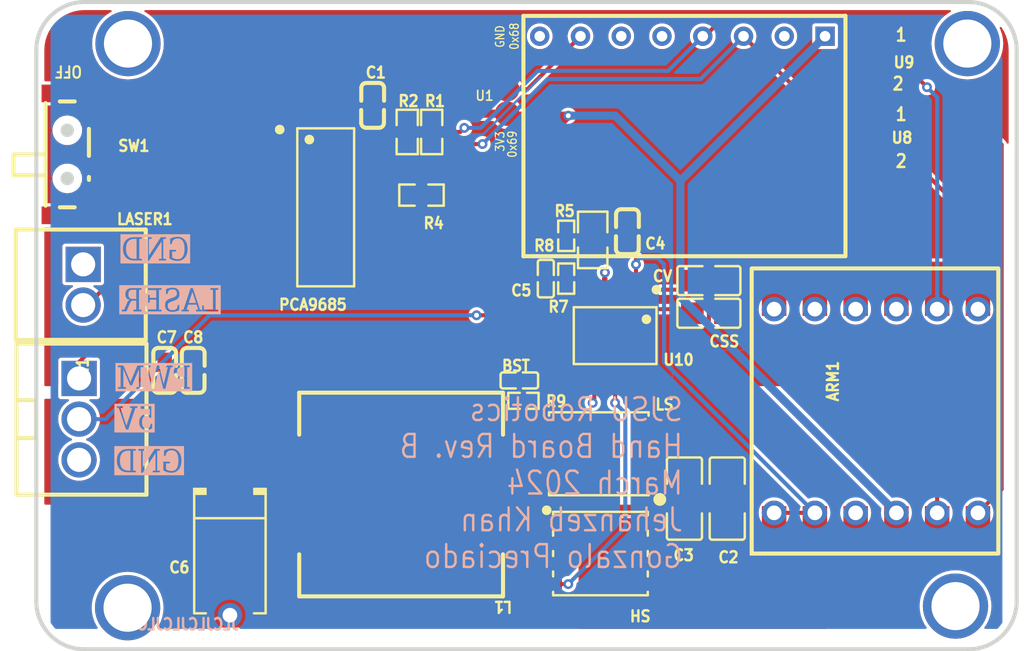
<source format=kicad_pcb>
(kicad_pcb (version 20240108) (generator "pcbnew") (generator_version "8.0")
  (layers (0 "F.Cu" signal "Top Layer") (1 "In1.Cu" signal "Inner1") (2 "In2.Cu" signal "Inner2") (31 "B.Cu" signal "Bottom Layer") (34 "B.Paste" user "Bottom Paste Mask Layer") (35 "F.Paste" user "Top Paste Mask Layer") (36 "B.SilkS" user "Bottom Silkscreen Layer") (37 "F.SilkS" user "Top Silkscreen Layer") (38 "B.Mask" user "Bottom Solder Mask Layer") (39 "F.Mask" user "Top Solder Mask Layer") (44 "Edge.Cuts" user "Multi-Layer"))
  (net 0 "")
  (net 1 "3V3")
  (net 2 "GND")
  (net 3 "SCL")
  (net 4 "SDA")
  (net 5 "AD0")
  (net 6 "I2C_SCL1")
  (net 7 "I2C_SDA1")
  (net 8 "SERVO")
  (net 9 "VARM")
  (net 10 "I2C_SCL")
  (net 11 "I2C_SDA")
  (net 12 "$1N15372")
  (net 13 "5V")
  (net 14 "$2N1121")
  (net 15 "$2N1983")
  (net 16 "$2N1026")
  (net 17 "$2N681")
  (net 18 "$2N671")
  (net 19 "$2N2800")
  (net 20 "GATE")
  (net 21 "$2N2778")
  (net 22 "$2N2931")
  (net 23 "$1N15383")
  (footprint "finalhand:DFN-8_L5.9-W5.2-P1.27-LS6.2-BL" (layer "F.Cu") (at 157.211 114.285 -90)
    (property "Reference" "HS" (at 4.318 -1.727 0) (layer "F.SilkS") (effects (font (size 0.686 0.6285) (thickness 0.1525)) (justify left bottom)))
    (property "Value" "")
    (pad "1" smd rect (at -1.905 2.925 270) (size 0.6 1) (layers "F.Cu" "F.Paste" "F.Mask") (net 21 "$2N2778"))
    (pad "2" smd rect (at -0.635 2.925 270) (size 0.6 1) (layers "F.Cu" "F.Paste" "F.Mask") (net 21 "$2N2778"))
    (pad "3" smd rect (at 0.635 2.925 270) (size 0.6 1) (layers "F.Cu" "F.Paste" "F.Mask") (net 21 "$2N2778"))
    (pad "4" smd rect (at 1.905 2.925 270) (size 0.6 1) (layers "F.Cu" "F.Paste" "F.Mask") (net 20 "GATE"))
    (pad "5" smd rect (at 1.905 -2.925 270) (size 0.6 1) (layers "F.Cu" "F.Paste" "F.Mask") (net 9 "VARM"))
    (pad "6" smd rect (at 0.635 -2.925 270) (size 0.6 1) (layers "F.Cu" "F.Paste" "F.Mask") (net 9 "VARM"))
    (pad "7" smd rect (at -0.635 -2.925 270) (size 0.6 1) (layers "F.Cu" "F.Paste" "F.Mask") (net 9 "VARM"))
    (pad "8" smd rect (at -1.905 -2.925 270) (size 0.6 1) (layers "F.Cu" "F.Paste" "F.Mask") (net 9 "VARM"))
    (pad "9" smd rect (at 0 -0.61 270) (size 4.41 4) (layers "F.Cu" "F.Paste" "F.Mask") (net 9 "VARM"))
  )
  (footprint "finalhand:MPU6050 AD0 Breakout" (layer "F.Cu") (at 151.369 85.456)
    (property "Reference" "U1" (at -2.032 0.635 0) (layer "F.SilkS") (effects (font (size 0.6095 0.559) (thickness 0.1015)) (justify left bottom)))
    (property "Value" "")
    (pad "1" smd circle (at 0 -1.651) (size 1.524 1.524) (layers "F.Cu" "F.Paste" "F.Mask") (net 2 "GND"))
    (pad "2" smd circle (at 0 -0.127) (size 1.524 1.524) (layers "F.Cu" "F.Paste" "F.Mask") (net 5 "AD0"))
    (pad "3" smd circle (at 0 1.397) (size 1.524 1.524) (layers "F.Cu" "F.Paste" "F.Mask") (net 1 "3V3"))
  )
  (footprint "finalhand:C0805" (layer "F.Cu") (at 163.942 99.299 180)
    (property "Reference" "CSS" (at 0.0535 -2.159 0) (layer "F.SilkS") (effects (font (size 0.686 0.6285) (thickness 0.1525)) (justify left bottom)))
    (property "Value" "")
    (pad "1" smd rect (at -1.03 0 180) (size 1.41 1.35) (layers "F.Cu" "F.Paste" "F.Mask") (net 2 "GND"))
    (pad "2" smd rect (at 1.03 0 180) (size 1.41 1.35) (layers "F.Cu" "F.Paste" "F.Mask") (net 16 "$2N1026"))
  )
  (footprint "finalhand:SW-SMD_MK-12C02-G020" (layer "F.Cu") (at 124.318 89.393 -90)
    (property "Reference" "SW1" (at -0.127 -2.738 0) (layer "F.SilkS") (effects (font (size 0.686 0.6285) (thickness 0.1525)) (justify left bottom)))
    (property "Value" "")
    (fp_poly (pts (xy -1.075 0.3555) (xy -1.095801 0.224168) (xy -1.156168 0.105691) (xy -1.250191 0.011668) (xy -1.368668 -0.048699) (xy -1.5 -0.0695) (xy -1.631332 -0.048699) (xy -1.749809 0.011668) (xy -1.843832 0.105691) (xy -1.904199 0.224168) (xy -1.925 0.3555) (xy -1.904199 0.486832) (xy -1.843832 0.605309) (xy -1.749809 0.699332) (xy -1.631332 0.759699) (xy -1.5 0.7805) (xy -1.368668 0.759699) (xy -1.250191 0.699332) (xy -1.156168 0.605309) (xy -1.095801 0.486832)) (fill solid) (layer "Edge.Cuts"))
    (fp_poly (pts (xy 1.925 0.3555) (xy 1.904199 0.224168) (xy 1.843832 0.105691) (xy 1.749809 0.011668) (xy 1.631332 -0.048699) (xy 1.5 -0.0695) (xy 1.368668 -0.048699) (xy 1.250191 0.011668) (xy 1.156168 0.105691) (xy 1.095801 0.224168) (xy 1.075 0.3555) (xy 1.095801 0.486832) (xy 1.156168 0.605309) (xy 1.250191 0.699332) (xy 1.368668 0.759699) (xy 1.5 0.7805) (xy 1.631332 0.759699) (xy 1.749809 0.699332) (xy 1.843832 0.605309) (xy 1.904199 0.486832)) (fill solid) (layer "Edge.Cuts"))
    (pad "1" smd rect (at -2.25 -1.4905 270) (size 0.9 2) (layers "F.Cu" "F.Paste" "F.Mask") (net 1 "3V3"))
    (pad "2" smd rect (at 0.75 -1.4905 270) (size 0.9 2) (layers "F.Cu" "F.Paste" "F.Mask") (net 12 "$1N15372"))
    (pad "3" smd rect (at 2.25 -1.4905 270) (size 0.9 2) (layers "F.Cu" "F.Paste" "F.Mask"))
    (pad "4" smd rect (at 3.8 -0.7795 270) (size 1.1 0.93) (layers "F.Cu" "F.Paste" "F.Mask"))
    (pad "5" smd rect (at 3.8 1.4905 270) (size 1.1 0.93) (layers "F.Cu" "F.Paste" "F.Mask"))
    (pad "6" smd rect (at -3.8 1.4905 270) (size 1.1 0.93) (layers "F.Cu" "F.Paste" "F.Mask") (net 2 "GND"))
    (pad "7" smd rect (at -3.8 -0.7795 90) (size 1.1 0.93) (layers "F.Cu" "F.Paste" "F.Mask") (net 2 "GND"))
  )
  (footprint "finalhand:CONN-TH_3P-P2.54_KF2EDGV-2.54-3P" (layer "F.Cu") (at 124.699 105.903 90)
    (property "Reference" "CN1" (at 1.843 0.635 90) (layer "F.SilkS") (effects (font (size 0.686 0.6285) (thickness 0.1525)) (justify left bottom)))
    (property "Value" "")
    (pad "1" thru_hole rect (at 2.54 0 270) (size 2.2 2.2) (drill 1.5) (layers "*.Cu" "*.Mask") (net 8 "SERVO"))
    (pad "2" thru_hole circle (at 0 0 270) (size 2.2 2.2) (drill 1.5) (layers "*.Cu" "*.Mask") (net 13 "5V"))
    (pad "3" thru_hole circle (at -2.54 0 270) (size 2.2 2.2) (drill 1.5) (layers "*.Cu" "*.Mask") (net 2 "GND"))
  )
  (footprint "finalhand:C0603" (layer "F.Cu") (at 142.987 86.345 -90)
    (property "Reference" "C1" (at -1.651 0.508 0) (layer "F.SilkS") (effects (font (size 0.686 0.6285) (thickness 0.1525)) (justify left bottom)))
    (property "Value" "")
    (pad "1" smd rect (at -0.7 0 270) (size 0.8 0.9) (layers "F.Cu" "F.Paste" "F.Mask") (net 2 "GND"))
    (pad "2" smd rect (at 0.7 0 270) (size 0.8 0.9) (layers "F.Cu" "F.Paste" "F.Mask") (net 1 "3V3"))
  )
  (footprint "finalhand:USB-C Stubby" (layer "F.Cu") (at 173.086 105.395 90)
    (property "Reference" "ARM1" (at 0.5165 -1.016 90) (layer "F.SilkS") (effects (font (size 0.686 0.6285) (thickness 0.1525)) (justify left bottom)))
    (property "Value" "")
    (pad "1" smd rect (at -7.62 -5.08) (size 1.524 3.381) (layers "F.Cu" "F.Paste" "F.Mask"))
    (pad "1" thru_hole circle (at -6.35 -5.08) (size 1.524 1.524) (drill 0.9145) (layers "*.Cu" "*.Mask") (net 9 "VARM"))
    (pad "2" smd rect (at -7.62 -2.54) (size 1.524 3.381) (layers "F.Cu" "F.Paste" "F.Mask"))
    (pad "2" thru_hole circle (at -6.35 -2.54) (size 1.524 1.524) (drill 0.9145) (layers "*.Cu" "*.Mask") (net 9 "VARM"))
    (pad "3" smd rect (at -7.62 0) (size 1.524 3.381) (layers "F.Cu" "F.Paste" "F.Mask"))
    (pad "3" thru_hole circle (at -6.35 0) (size 1.524 1.524) (drill 0.9145) (layers "*.Cu" "*.Mask"))
    (pad "4" smd rect (at -7.62 2.54) (size 1.524 3.381) (layers "F.Cu" "F.Paste" "F.Mask"))
    (pad "4" thru_hole circle (at -6.35 2.54) (size 1.524 1.524) (drill 0.9145) (layers "*.Cu" "*.Mask") (net 1 "3V3"))
    (pad "5" smd rect (at -7.62 5.08) (size 1.524 3.381) (layers "F.Cu" "F.Paste" "F.Mask"))
    (pad "5" thru_hole circle (at -6.35 5.08) (size 1.524 1.524) (drill 0.9145) (layers "*.Cu" "*.Mask") (net 6 "I2C_SCL1"))
    (pad "6" smd rect (at -7.62 7.62) (size 1.524 3.381) (layers "F.Cu" "F.Paste" "F.Mask"))
    (pad "6" thru_hole circle (at -6.35 7.62) (size 1.524 1.524) (drill 0.9145) (layers "*.Cu" "*.Mask") (net 7 "I2C_SDA1"))
    (pad "7" thru_hole circle (at 6.35 7.62 180) (size 1.524 1.524) (drill 0.9145) (layers "*.Cu" "*.Mask") (net 10 "I2C_SCL"))
    (pad "7" smd rect (at 7.62 7.62) (size 1.524 3.381) (layers "F.Cu" "F.Paste" "F.Mask"))
    (pad "8" thru_hole circle (at 6.35 5.08 180) (size 1.524 1.524) (drill 0.9145) (layers "*.Cu" "*.Mask") (net 11 "I2C_SDA"))
    (pad "8" smd rect (at 7.62 5.08) (size 1.524 3.381) (layers "F.Cu" "F.Paste" "F.Mask"))
    (pad "9" thru_hole circle (at 6.35 2.54 180) (size 1.524 1.524) (drill 0.9145) (layers "*.Cu" "*.Mask"))
    (pad "9" smd rect (at 7.62 2.54) (size 1.524 3.381) (layers "F.Cu" "F.Paste" "F.Mask"))
    (pad "10" thru_hole circle (at 6.35 0 180) (size 1.524 1.524) (drill 0.9145) (layers "*.Cu" "*.Mask") (net 2 "GND"))
    (pad "10" smd rect (at 7.62 0) (size 1.524 3.381) (layers "F.Cu" "F.Paste" "F.Mask"))
    (pad "11" thru_hole circle (at 6.35 -2.54 180) (size 1.524 1.524) (drill 0.9145) (layers "*.Cu" "*.Mask") (net 2 "GND"))
    (pad "11" smd rect (at 7.62 -2.54) (size 1.524 3.381) (layers "F.Cu" "F.Paste" "F.Mask"))
    (pad "12" thru_hole circle (at 6.35 -5.08 180) (size 1.524 1.524) (drill 0.9145) (layers "*.Cu" "*.Mask") (net 2 "GND"))
    (pad "12" smd rect (at 7.62 -5.08) (size 1.524 3.381) (layers "F.Cu" "F.Paste" "F.Mask"))
  )
  (footprint "finalhand:C0603" (layer "F.Cu") (at 130.033 102.855 90)
    (property "Reference" "C7" (at 1.651 -0.5895 0) (layer "F.SilkS") (effects (font (size 0.686 0.6285) (thickness 0.1525)) (justify left bottom)))
    (property "Value" "")
    (pad "1" smd rect (at -0.7 0 90) (size 0.8 0.9) (layers "F.Cu" "F.Paste" "F.Mask") (net 13 "5V"))
    (pad "2" smd rect (at 0.7 0 90) (size 0.8 0.9) (layers "F.Cu" "F.Paste" "F.Mask") (net 2 "GND"))
  )
  (footprint "finalhand:CAP-SMD_L7.3-W4.3-R-RD" (layer "F.Cu") (at 134.097 114.285 90)
    (property "Reference" "C6" (at -1.27 -3.861 0) (layer "F.SilkS") (effects (font (size 0.686 0.6285) (thickness 0.1525)) (justify left bottom)))
    (property "Value" "")
    (pad "1" smd rect (at 3.5115 0 90) (size 2.2075 2.592) (layers "F.Cu" "F.Paste" "F.Mask") (net 13 "5V"))
    (pad "2" smd rect (at -3.5115 0 90) (size 2.2075 2.592) (layers "F.Cu" "F.Paste" "F.Mask") (net 2 "GND"))
  )
  (footprint "finalhand:HTSSOP-14_L5.0-W4.4-P0.65-LS6.4-BL-EP" (layer "F.Cu") (at 158.1 100.696 180)
    (property "Reference" "U10" (at -2.921 -1.905 0) (layer "F.SilkS") (effects (font (size 0.686 0.6285) (thickness 0.1525)) (justify left bottom)))
    (property "Value" "")
    (pad "1" smd oval (at -1.95 2.866 180) (size 0.343 1.7315) (layers "F.Cu" "F.Paste" "F.Mask") (net 14 "$2N1121"))
    (pad "2" smd oval (at -1.3 2.866 180) (size 0.343 1.7315) (layers "F.Cu" "F.Paste" "F.Mask") (net 9 "VARM"))
    (pad "3" smd oval (at -0.65 2.866 180) (size 0.343 1.7315) (layers "F.Cu" "F.Paste" "F.Mask"))
    (pad "4" smd oval (at 0 2.866 180) (size 0.343 1.7315) (layers "F.Cu" "F.Paste" "F.Mask") (net 15 "$2N1983"))
    (pad "5" smd oval (at 0.65 2.866 180) (size 0.343 1.7315) (layers "F.Cu" "F.Paste" "F.Mask") (net 2 "GND"))
    (pad "6" smd oval (at 1.3 2.866 180) (size 0.343 1.7315) (layers "F.Cu" "F.Paste" "F.Mask") (net 16 "$2N1026"))
    (pad "7" smd oval (at 1.95 2.866 180) (size 0.343 1.7315) (layers "F.Cu" "F.Paste" "F.Mask") (net 17 "$2N681"))
    (pad "8" smd oval (at 1.95 -2.866 180) (size 0.343 1.7315) (layers "F.Cu" "F.Paste" "F.Mask") (net 22 "$2N2931"))
    (pad "9" smd oval (at 1.3 -2.866 180) (size 0.343 1.7315) (layers "F.Cu" "F.Paste" "F.Mask") (net 2 "GND"))
    (pad "10" smd oval (at 0.65 -2.866 180) (size 0.343 1.7315) (layers "F.Cu" "F.Paste" "F.Mask") (net 21 "$2N2778"))
    (pad "11" smd oval (at 0 -2.866 180) (size 0.343 1.7315) (layers "F.Cu" "F.Paste" "F.Mask") (net 20 "GATE"))
    (pad "12" smd oval (at -0.65 -2.866 180) (size 0.343 1.7315) (layers "F.Cu" "F.Paste" "F.Mask") (net 18 "$2N671"))
    (pad "13" smd oval (at -1.3 -2.866 180) (size 0.343 1.7315) (layers "F.Cu" "F.Paste" "F.Mask") (net 19 "$2N2800"))
    (pad "14" smd oval (at -1.95 -2.866 180) (size 0.343 1.7315) (layers "F.Cu" "F.Paste" "F.Mask") (net 2 "GND"))
    (pad "15" smd rect (at 0 0 180) (size 1.83 2.055) (layers "F.Cu" "F.Paste" "F.Mask") (net 2 "GND"))
  )
  (footprint "finalhand:R0402" (layer "F.Cu") (at 152.385 104.76 180)
    (property "Reference" "R9" (at -1.3235 -0.4345 0) (layer "F.SilkS") (effects (font (size 0.686 0.6285) (thickness 0.1525)) (justify left bottom)))
    (property "Value" "")
    (pad "1" smd rect (at -0.433 0 180) (size 0.5655 0.54) (layers "F.Cu" "F.Paste" "F.Mask") (net 22 "$2N2931"))
    (pad "2" smd rect (at 0.433 0 180) (size 0.5655 0.54) (layers "F.Cu" "F.Paste" "F.Mask") (net 21 "$2N2778"))
  )
  (footprint "finalhand:C0402" (layer "F.Cu") (at 152.131 103.49 180)
    (property "Reference" "BST" (at 1.166 0.508 0) (layer "F.SilkS") (effects (font (size 0.686 0.6285) (thickness 0.1525)) (justify left bottom)))
    (property "Value" "")
    (pad "1" smd rect (at -0.545 0 180) (size 0.79 0.54) (layers "F.Cu" "F.Paste" "F.Mask") (net 18 "$2N671"))
    (pad "2" smd rect (at 0.545 0 180) (size 0.79 0.54) (layers "F.Cu" "F.Paste" "F.Mask") (net 21 "$2N2778"))
  )
  (footprint "finalhand:C1206" (layer "F.Cu") (at 165.085 110.856 -90)
    (property "Reference" "C2" (at 4.064 0.635 0) (layer "F.SilkS") (effects (font (size 0.686 0.6285) (thickness 0.1525)) (justify left bottom)))
    (property "Value" "")
    (pad "1" smd rect (at -1.5925 0 270) (size 1.485 1.728) (layers "F.Cu" "F.Paste" "F.Mask") (net 2 "GND"))
    (pad "2" smd rect (at 1.5925 0 270) (size 1.485 1.728) (layers "F.Cu" "F.Paste" "F.Mask") (net 9 "VARM"))
  )
  (footprint "finalhand:3 Pad Jumper" (layer "F.Cu") (at 174.356 87.996 180)
    (property "Reference" "U8" (at -0.889 -0.762 0) (layer "F.SilkS") (effects (font (size 0.686 0.6285) (thickness 0.1525)) (justify left bottom)))
    (property "Value" "")
    (pad "1" smd circle (at 0 -1.651 180) (size 1.524 1.524) (layers "F.Cu" "F.Paste" "F.Mask") (net 10 "I2C_SCL"))
    (pad "2" smd circle (at 0 -0.127 180) (size 1.524 1.524) (layers "F.Cu" "F.Paste" "F.Mask") (net 3 "SCL"))
    (pad "3" smd circle (at 0 1.397 180) (size 1.524 1.524) (layers "F.Cu" "F.Paste" "F.Mask") (net 6 "I2C_SCL1"))
  )
  (footprint "finalhand:POWERVDFN-8_L6.0-W5.0-P1.27-BL" (layer "F.Cu") (at 157.084 108.062 90)
    (property "Reference" "LS" (at 2.667 3.4415 0) (layer "F.SilkS") (effects (font (size 0.686 0.6285) (thickness 0.1525)) (justify left bottom)))
    (property "Value" "")
    (pad "1" smd rect (at -1.905 3.0255 90) (size 0.8 1.321) (layers "F.Cu" "F.Paste" "F.Mask") (net 2 "GND"))
    (pad "2" smd rect (at -0.635 3.0255 90) (size 0.8 1.321) (layers "F.Cu" "F.Paste" "F.Mask") (net 2 "GND"))
    (pad "3" smd rect (at 0.635 3.0255 90) (size 0.8 1.321) (layers "F.Cu" "F.Paste" "F.Mask") (net 2 "GND"))
    (pad "4" smd rect (at 1.905 3.0255 90) (size 0.8 1.321) (layers "F.Cu" "F.Paste" "F.Mask") (net 19 "$2N2800"))
    (pad "5" smd rect (at 1.905 -3.0255 90) (size 0.8 1.321) (layers "F.Cu" "F.Paste" "F.Mask") (net 21 "$2N2778"))
    (pad "6" smd rect (at 0.635 -3.0255 90) (size 0.8 1.321) (layers "F.Cu" "F.Paste" "F.Mask") (net 21 "$2N2778"))
    (pad "7" smd rect (at -0.635 -3.0255 90) (size 0.8 1.321) (layers "F.Cu" "F.Paste" "F.Mask") (net 21 "$2N2778"))
    (pad "8" smd rect (at -1.905 -3.0255 90) (size 0.8 1.321) (layers "F.Cu" "F.Paste" "F.Mask") (net 21 "$2N2778"))
    (pad "9" smd rect (at 0 -0.65 90) (size 4.6 3.6) (layers "F.Cu" "F.Paste" "F.Mask") (net 21 "$2N2778"))
  )
  (footprint "finalhand:CONN-TH_KF2EDGV-2.54-2P" (layer "F.Cu") (at 124.953 97.521 -90)
    (property "Reference" "LASER1" (at -3.683 -2.022 0) (layer "F.SilkS") (effects (font (size 0.686 0.6285) (thickness 0.1525)) (justify left bottom)))
    (property "Value" "")
    (pad "1" thru_hole rect (at -1.27 0 270) (size 2.2 2.2) (drill 1.5) (layers "*.Cu" "*.Mask") (net 2 "GND"))
    (pad "2" thru_hole circle (at 1.27 0 270) (size 2.2 2.2) (drill 1.5) (layers "*.Cu" "*.Mask") (net 12 "$1N15372"))
  )
  (footprint "finalhand:R0603" (layer "F.Cu") (at 146.67 87.996 90)
    (property "Reference" "R1" (at 1.524 -0.508 0) (layer "F.SilkS") (effects (font (size 0.686 0.6285) (thickness 0.1525)) (justify left bottom)))
    (property "Value" "")
    (pad "1" smd rect (at -0.7535 0 90) (size 0.8065 0.864) (layers "F.Cu" "F.Paste" "F.Mask") (net 3 "SCL"))
    (pad "2" smd rect (at 0.7535 0 90) (size 0.8065 0.864) (layers "F.Cu" "F.Paste" "F.Mask") (net 1 "3V3"))
  )
  (footprint "finalhand:C0603" (layer "F.Cu") (at 158.862 94.219 -90)
    (property "Reference" "C4" (at 1.143 -1.031 0) (layer "F.SilkS") (effects (font (size 0.686 0.6285) (thickness 0.1525)) (justify left bottom)))
    (property "Value" "")
    (pad "1" smd rect (at -0.7 0 270) (size 0.8 0.9) (layers "F.Cu" "F.Paste" "F.Mask") (net 2 "GND"))
    (pad "2" smd rect (at 0.7 0 270) (size 0.8 0.9) (layers "F.Cu" "F.Paste" "F.Mask") (net 9 "VARM"))
  )
  (footprint "finalhand:R0603" (layer "F.Cu") (at 145.146 87.996 90)
    (property "Reference" "R2" (at 1.524 -0.635 0) (layer "F.SilkS") (effects (font (size 0.686 0.6285) (thickness 0.1525)) (justify left bottom)))
    (property "Value" "")
    (pad "1" smd rect (at -0.7535 0 90) (size 0.8065 0.864) (layers "F.Cu" "F.Paste" "F.Mask") (net 4 "SDA"))
    (pad "2" smd rect (at 0.7535 0 90) (size 0.8065 0.864) (layers "F.Cu" "F.Paste" "F.Mask") (net 1 "3V3"))
  )
  (footprint "finalhand:C0603" (layer "F.Cu") (at 131.811 102.855 90)
    (property "Reference" "C8" (at 1.651 -0.7165 0) (layer "F.SilkS") (effects (font (size 0.686 0.6285) (thickness 0.1525)) (justify left bottom)))
    (property "Value" "")
    (pad "1" smd rect (at -0.7 0 90) (size 0.8 0.9) (layers "F.Cu" "F.Paste" "F.Mask") (net 13 "5V"))
    (pad "2" smd rect (at 0.7 0 90) (size 0.8 0.9) (layers "F.Cu" "F.Paste" "F.Mask") (net 2 "GND"))
  )
  (footprint "finalhand:C0402" (layer "F.Cu") (at 153.782 97.14 90)
    (property "Reference" "C5" (at -1.143 -2.2405 0) (layer "F.SilkS") (effects (font (size 0.686 0.6285) (thickness 0.1525)) (justify left bottom)))
    (property "Value" "")
    (pad "1" smd rect (at -0.545 0 90) (size 0.79 0.54) (layers "F.Cu" "F.Paste" "F.Mask") (net 13 "5V"))
    (pad "2" smd rect (at 0.545 0 90) (size 0.79 0.54) (layers "F.Cu" "F.Paste" "F.Mask") (net 15 "$2N1983"))
  )
  (footprint "finalhand:R0603" (layer "F.Cu") (at 146.035 91.933)
    (property "Reference" "R4" (at 0.0455 2.159 0) (layer "F.SilkS") (effects (font (size 0.686 0.6285) (thickness 0.1525)) (justify left bottom)))
    (property "Value" "")
    (pad "1" smd rect (at -0.7535 0) (size 0.8065 0.864) (layers "F.Cu" "F.Paste" "F.Mask") (net 23 "$1N15383"))
    (pad "2" smd rect (at 0.7535 0) (size 0.8065 0.864) (layers "F.Cu" "F.Paste" "F.Mask") (net 1 "3V3"))
  )
  (footprint "finalhand:TSSOP-28_L9.7-W4.4-P0.65-LS6.4-BL" (layer "F.Cu") (at 140.066 92.695 -90)
    (property "Reference" "PCA9685" (at 6.477 2.992 0) (layer "F.SilkS") (effects (font (size 0.686 0.6285) (thickness 0.1525)) (justify left bottom)))
    (property "Value" "")
    (pad "1" smd oval (at -4.225 2.866 270) (size 0.343 1.7315) (layers "F.Cu" "F.Paste" "F.Mask") (net 1 "3V3"))
    (pad "2" smd oval (at -3.575 2.866 270) (size 0.343 1.7315) (layers "F.Cu" "F.Paste" "F.Mask") (net 2 "GND"))
    (pad "3" smd oval (at -2.925 2.866 270) (size 0.343 1.7315) (layers "F.Cu" "F.Paste" "F.Mask") (net 1 "3V3"))
    (pad "4" smd oval (at -2.275 2.866 270) (size 0.343 1.7315) (layers "F.Cu" "F.Paste" "F.Mask") (net 2 "GND"))
    (pad "5" smd oval (at -1.625 2.866 270) (size 0.343 1.7315) (layers "F.Cu" "F.Paste" "F.Mask") (net 1 "3V3"))
    (pad "6" smd oval (at -0.975 2.866 270) (size 0.343 1.7315) (layers "F.Cu" "F.Paste" "F.Mask") (net 8 "SERVO"))
    (pad "7" smd oval (at -0.325 2.866 270) (size 0.343 1.7315) (layers "F.Cu" "F.Paste" "F.Mask"))
    (pad "8" smd oval (at 0.325 2.866 270) (size 0.343 1.7315) (layers "F.Cu" "F.Paste" "F.Mask"))
    (pad "9" smd oval (at 0.975 2.866 270) (size 0.343 1.7315) (layers "F.Cu" "F.Paste" "F.Mask"))
    (pad "10" smd oval (at 1.625 2.866 270) (size 0.343 1.7315) (layers "F.Cu" "F.Paste" "F.Mask"))
    (pad "11" smd oval (at 2.275 2.866 270) (size 0.343 1.7315) (layers "F.Cu" "F.Paste" "F.Mask"))
    (pad "12" smd oval (at 2.925 2.866 270) (size 0.343 1.7315) (layers "F.Cu" "F.Paste" "F.Mask"))
    (pad "13" smd oval (at 3.575 2.866 270) (size 0.343 1.7315) (layers "F.Cu" "F.Paste" "F.Mask"))
    (pad "14" smd oval (at 4.225 2.866 270) (size 0.343 1.7315) (layers "F.Cu" "F.Paste" "F.Mask") (net 2 "GND"))
    (pad "15" smd oval (at 4.225 -2.866 270) (size 0.343 1.7315) (layers "F.Cu" "F.Paste" "F.Mask"))
    (pad "16" smd oval (at 3.575 -2.866 270) (size 0.343 1.7315) (layers "F.Cu" "F.Paste" "F.Mask"))
    (pad "17" smd oval (at 2.925 -2.866 270) (size 0.343 1.7315) (layers "F.Cu" "F.Paste" "F.Mask"))
    (pad "18" smd oval (at 2.275 -2.866 270) (size 0.343 1.7315) (layers "F.Cu" "F.Paste" "F.Mask"))
    (pad "19" smd oval (at 1.625 -2.866 270) (size 0.343 1.7315) (layers "F.Cu" "F.Paste" "F.Mask"))
    (pad "20" smd oval (at 0.975 -2.866 270) (size 0.343 1.7315) (layers "F.Cu" "F.Paste" "F.Mask"))
    (pad "21" smd oval (at 0.325 -2.866 270) (size 0.343 1.7315) (layers "F.Cu" "F.Paste" "F.Mask"))
    (pad "22" smd oval (at -0.325 -2.866 270) (size 0.343 1.7315) (layers "F.Cu" "F.Paste" "F.Mask"))
    (pad "23" smd oval (at -0.975 -2.866 270) (size 0.343 1.7315) (layers "F.Cu" "F.Paste" "F.Mask") (net 23 "$1N15383"))
    (pad "24" smd oval (at -1.625 -2.866 270) (size 0.343 1.7315) (layers "F.Cu" "F.Paste" "F.Mask") (net 2 "GND"))
    (pad "25" smd oval (at -2.275 -2.866 270) (size 0.343 1.7315) (layers "F.Cu" "F.Paste" "F.Mask") (net 2 "GND"))
    (pad "26" smd oval (at -2.925 -2.866 270) (size 0.343 1.7315) (layers "F.Cu" "F.Paste" "F.Mask") (net 3 "SCL"))
    (pad "27" smd oval (at -3.575 -2.866 270) (size 0.343 1.7315) (layers "F.Cu" "F.Paste" "F.Mask") (net 4 "SDA"))
    (pad "28" smd oval (at -4.225 -2.866 270) (size 0.343 1.7315) (layers "F.Cu" "F.Paste" "F.Mask") (net 1 "3V3"))
  )
  (footprint "finalhand:3 Pad Jumper" (layer "F.Cu") (at 174.356 83.17 180)
    (property "Reference" "U9" (at -1.016 -0.889 0) (layer "F.SilkS") (effects (font (size 0.686 0.6285) (thickness 0.1525)) (justify left bottom)))
    (property "Value" "")
    (pad "1" smd circle (at 0 -1.651 180) (size 1.524 1.524) (layers "F.Cu" "F.Paste" "F.Mask") (net 11 "I2C_SDA"))
    (pad "2" smd circle (at 0 -0.127 180) (size 1.524 1.524) (layers "F.Cu" "F.Paste" "F.Mask") (net 4 "SDA"))
    (pad "3" smd circle (at 0 1.397 180) (size 1.524 1.524) (layers "F.Cu" "F.Paste" "F.Mask") (net 7 "I2C_SDA1"))
  )
  (footprint "finalhand:IND-SMD_L12.7-W12.7" (layer "F.Cu") (at 144.765 110.602 180)
    (property "Reference" "L1" (at -7 -6.604 180) (layer "F.SilkS") (effects (font (size 0.686 0.6285) (thickness 0.1525)) (justify left bottom)))
    (property "Value" "")
    (pad "1" smd rect (at -5 0 180) (size 4 7) (layers "F.Cu" "F.Paste" "F.Mask") (net 21 "$2N2778"))
    (pad "2" smd rect (at 5 0 180) (size 4 7) (layers "F.Cu" "F.Paste" "F.Mask") (net 13 "5V"))
  )
  (footprint "finalhand:R0402" (layer "F.Cu") (at 155.052 97.14 -90)
    (property "Reference" "R7" (at 2.159 1.194 0) (layer "F.SilkS") (effects (font (size 0.686 0.6285) (thickness 0.1525)) (justify left bottom)))
    (property "Value" "")
    (pad "1" smd rect (at -0.433 0 270) (size 0.5655 0.54) (layers "F.Cu" "F.Paste" "F.Mask") (net 15 "$2N1983"))
    (pad "2" smd rect (at 0.433 0 270) (size 0.5655 0.54) (layers "F.Cu" "F.Paste" "F.Mask") (net 13 "5V"))
  )
  (footprint "finalhand:R0805" (layer "F.Cu") (at 156.703 94.727 90)
    (property "Reference" "R5" (at 1.397 -2.464 0) (layer "F.SilkS") (effects (font (size 0.686 0.6285) (thickness 0.1525)) (justify left bottom)))
    (property "Value" "")
    (pad "1" smd rect (at -1 0 90) (size 1.1325 1.377) (layers "F.Cu" "F.Paste" "F.Mask") (net 17 "$2N681"))
    (pad "2" smd rect (at 1 0 90) (size 1.1325 1.377) (layers "F.Cu" "F.Paste" "F.Mask") (net 9 "VARM"))
  )
  (footprint "finalhand:R0402" (layer "F.Cu") (at 155.052 94.473 -90)
    (property "Reference" "R8" (at 1.016 2.083 0) (layer "F.SilkS") (effects (font (size 0.686 0.6285) (thickness 0.1525)) (justify left bottom)))
    (property "Value" "")
    (pad "1" smd rect (at -0.433 0 270) (size 0.5655 0.54) (layers "F.Cu" "F.Paste" "F.Mask") (net 2 "GND"))
    (pad "2" smd rect (at 0.433 0 270) (size 0.5655 0.54) (layers "F.Cu" "F.Paste" "F.Mask") (net 15 "$2N1983"))
  )
  (footprint "finalhand:C0805" (layer "F.Cu") (at 163.942 97.267 180)
    (property "Reference" "CV" (at 3.574 -0.127 0) (layer "F.SilkS") (effects (font (size 0.686 0.6285) (thickness 0.1525)) (justify left bottom)))
    (property "Value" "")
    (pad "1" smd rect (at -1.03 0 180) (size 1.41 1.35) (layers "F.Cu" "F.Paste" "F.Mask") (net 2 "GND"))
    (pad "2" smd rect (at 1.03 0 180) (size 1.41 1.35) (layers "F.Cu" "F.Paste" "F.Mask") (net 14 "$2N1121"))
  )
  (footprint "finalhand:Pad_e949" (layer "F.Cu") (at 134.097 118.129)
    (property "Reference" "" (at 0 0 0) (layer "F.SilkS") (effects (font (size 1.27 1.27))))
    (property "Value" "")
    (pad "29" thru_hole circle (at 0 0) (size 1.524 1.524) (drill 0.9145) (layers "*.Cu" "*.Mask") (net 2 "GND"))
  )
  (footprint "finalhand:C1206" (layer "F.Cu") (at 162.418 110.856 -90)
    (property "Reference" "C3" (at 3.937 0.762 0) (layer "F.SilkS") (effects (font (size 0.686 0.6285) (thickness 0.1525)) (justify left bottom)))
    (property "Value" "")
    (pad "1" smd rect (at -1.5925 0 270) (size 1.485 1.728) (layers "F.Cu" "F.Paste" "F.Mask") (net 2 "GND"))
    (pad "2" smd rect (at 1.5925 0 270) (size 1.485 1.728) (layers "F.Cu" "F.Paste" "F.Mask") (net 9 "VARM"))
  )
  (footprint "finalhand:MPU-6050 MODULE" (layer "F.Cu") (at 162.291 82.027 90)
    (property "Reference" "U6" (hide yes))
    (property "Value" "")
    (pad "1" thru_hole rect (at 0 8.89 180) (size 1.2065 1.2065) (drill 0.6605) (layers "*.Cu" "*.Mask") (net 1 "3V3"))
    (pad "2" thru_hole circle (at 0 6.35 180) (size 1.2065 1.2065) (drill 0.6605) (layers "*.Cu" "*.Mask") (net 2 "GND"))
    (pad "3" thru_hole circle (at 0 3.81 180) (size 1.2065 1.2065) (drill 0.6605) (layers "*.Cu" "*.Mask") (net 3 "SCL"))
    (pad "4" thru_hole circle (at 0 1.27 180) (size 1.2065 1.2065) (drill 0.6605) (layers "*.Cu" "*.Mask") (net 4 "SDA"))
    (pad "5" thru_hole circle (at 0 -1.27 180) (size 1.2065 1.2065) (drill 0.6605) (layers "*.Cu" "*.Mask"))
    (pad "6" thru_hole circle (at 0 -3.81 180) (size 1.2065 1.2065) (drill 0.6605) (layers "*.Cu" "*.Mask"))
    (pad "7" thru_hole circle (at 0 -6.35 180) (size 1.2065 1.2065) (drill 0.6605) (layers "*.Cu" "*.Mask") (net 5 "AD0"))
    (pad "8" thru_hole circle (at 0 -8.89 180) (size 1.2065 1.2065) (drill 0.6605) (layers "*.Cu" "*.Mask"))
  )
  (gr_line (start 122.032 82.8935) (end 122.032 117.254) (stroke (width 0.254)) (layer "Edge.Cuts"))
  (gr_arc (start 122.032 82.8935) (mid 122.91068 80.77218) (end 125.032 79.8935) (stroke (width 0.254)) (layer "Edge.Cuts"))
  (gr_line (start 183.119 82.8935) (end 183.119 117.254) (stroke (width 0.254)) (layer "Edge.Cuts"))
  (gr_line (start 125.032 79.8935) (end 180.119 79.8935) (stroke (width 0.254)) (layer "Edge.Cuts"))
  (gr_arc (start 183.119 117.254) (mid 182.24032 119.37532) (end 180.119 120.254) (stroke (width 0.254)) (layer "Edge.Cuts"))
  (gr_arc (start 180.119 79.8935) (mid 182.24032 80.77218) (end 183.119 82.8935) (stroke (width 0.254)) (layer "Edge.Cuts"))
  (gr_arc (start 125.032 120.254) (mid 122.91068 119.37532) (end 122.032 117.254) (stroke (width 0.254)) (layer "Edge.Cuts"))
  (gr_line (start 125.032 120.254) (end 180.119 120.254) (stroke (width 0.254)) (layer "Edge.Cuts"))
  (gr_text "PWM" (at 131.684 104.252 -0) (layer "B.SilkS" knockout) (effects (font (size 1.4225 1.219) (thickness 0.254)) (justify left bottom mirror)))
  (gr_text "GND" (at 131.176 109.459 -0) (layer "B.SilkS" knockout) (effects (font (size 1.4225 1.219) (thickness 0.254)) (justify left bottom mirror)))
  (gr_text "LASER" (at 133.462 99.426 -0) (layer "B.SilkS" knockout) (effects (font (size 1.4225 1.219) (thickness 0.254)) (justify left bottom mirror)))
  (gr_text "5V" (at 129.398 106.792 -0) (layer "B.SilkS" knockout) (effects (font (size 1.4225 1.219) (thickness 0.254)) (justify left bottom mirror)))
  (gr_text "JLCJLCJLCJLC" (at 134.732 119.111 -0) (layer "B.SilkS") (effects (font (size 0.711 0.6095) (thickness 0.1525)) (justify left bottom mirror)))
  (gr_text "GND" (at 131.557 96.251 -0) (layer "B.SilkS" knockout) (effects (font (size 1.4225 1.219) (thickness 0.254)) (justify left bottom mirror)))
  (gr_text "SJSU Robotics\nHand Board Rev. B \nMarch 2024\nJehanzeb Khan\nGonzalo Preciado" (at 162.418 115.301 -0) (layer "B.SilkS") (effects (font (size 1.4225 1.219) (thickness 0.1525)) (justify left bottom mirror)))
  (gr_text "2" (at 175.499 90.282 360) (layer "F.SilkS") (effects (font (size 0.8 0.686) (thickness 0.1525)) (justify left bottom)))
  (gr_text "0x69" (at 152.004 89.647 1530) (layer "F.SilkS") (effects (font (size 0.5335 0.457) (thickness 0.076)) (justify left bottom)))
  (gr_text "1" (at 175.499 87.361 360) (layer "F.SilkS") (effects (font (size 0.8 0.686) (thickness 0.1525)) (justify left bottom)))
  (gr_text "OFF" (at 124.953 83.805 540) (layer "F.SilkS") (effects (font (size 0.711 0.6095) (thickness 0.127)) (justify left bottom)))
  (gr_text "3V3" (at 151.242 89.266 1530) (layer "F.SilkS") (effects (font (size 0.5335 0.457) (thickness 0.076)) (justify left bottom)))
  (gr_text "0x68" (at 152.131 82.916 450) (layer "F.SilkS") (effects (font (size 0.5335 0.457) (thickness 0.076)) (justify left bottom)))
  (gr_text "GND" (at 151.242 82.789 90) (layer "F.SilkS") (effects (font (size 0.5335 0.457) (thickness 0.076)) (justify left bottom)))
  (gr_text "2" (at 175.3055 85.456 360) (layer "F.SilkS") (effects (font (size 0.8 0.686) (thickness 0.1525)) (justify left bottom)))
  (gr_text "1" (at 175.499 82.408 360) (layer "F.SilkS") (effects (font (size 0.8 0.686) (thickness 0.1525)) (justify left bottom)))
  (via (at 127.7215 117.663) (size 4.064) (drill 3) (layers "F.Cu" "B.Cu") (net 0))
  (via (at 127.747 82.484) (size 4.064) (drill 3) (layers "F.Cu" "B.Cu") (net 0))
  (via (at 180.0455 82.484) (size 4.064) (drill 3) (layers "F.Cu" "B.Cu") (net 0))
  (via (at 179.309 117.5615) (size 4.064) (drill 3) (layers "F.Cu" "B.Cu") (net 0))
  (segment (start 151.369 87.3525) (end 151.369 86.853) (width 0.254) (layer "F.Cu") (net 1))
  (segment (start 136.163 88.47) (end 136.002 88.631) (width 0.254) (layer "F.Cu") (net 1))
  (segment (start 147.0595 86.853) (end 151.369 86.853) (width 0.508) (layer "F.Cu") (net 1))
  (segment (start 133.216 89.766) (end 133.208 89.774) (width 0.254) (layer "F.Cu") (net 1))
  (segment (start 136.002 88.631) (end 136.002 89.766) (width 0.254) (layer "F.Cu") (net 1))
  (segment (start 136.006 90.816) (end 136.26 91.07) (width 0.254) (layer "F.Cu") (net 1))
  (segment (start 155.179 86.98) (end 151.496 86.98) (width 0.508) (layer "F.Cu") (net 1))
  (segment (start 136.002 89.766) (end 136.006 89.77) (width 0.254) (layer "F.Cu") (net 1))
  (segment (start 128.44 89.774) (end 125.8085 87.143) (width 0.254) (layer "F.Cu") (net 1))
  (segment (start 137.2 88.47) (end 142.932 88.47) (width 0.254) (layer "F.Cu") (net 1))
  (segment (start 145.146 87.2425) (end 144.9485 87.045) (width 0.254) (layer "F.Cu") (net 1))
  (segment (start 136.002 89.766) (end 133.216 89.766) (width 0.254) (layer "F.Cu") (net 1))
  (segment (start 136.006 89.77) (end 137.2 89.77) (width 0.254) (layer "F.Cu") (net 1))
  (segment (start 136.26 91.07) (end 137.2 91.07) (width 0.254) (layer "F.Cu") (net 1))
  (segment (start 144.9485 87.045) (end 142.987 87.045) (width 0.254) (layer "F.Cu") (net 1))
  (segment (start 151.496 86.98) (end 151.369 86.853) (width 0.508) (layer "F.Cu") (net 1))
  (segment (start 142.987 87.045) (end 142.987 88.4145) (width 0.254) (layer "F.Cu") (net 1))
  (segment (start 145.146 87.2425) (end 146.67 87.2425) (width 0.254) (layer "F.Cu") (net 1))
  (segment (start 146.67 87.2425) (end 147.0595 86.853) (width 0.508) (layer "F.Cu") (net 1))
  (segment (start 133.208 89.774) (end 128.44 89.774) (width 0.254) (layer "F.Cu") (net 1))
  (segment (start 146.7885 91.933) (end 150.226 91.933) (width 0.508) (layer "F.Cu") (net 1))
  (segment (start 137.2 88.47) (end 136.163 88.47) (width 0.254) (layer "F.Cu") (net 1))
  (segment (start 136.006 89.77) (end 136.006 90.816) (width 0.254) (layer "F.Cu") (net 1))
  (segment (start 142.987 88.4145) (end 142.932 88.47) (width 0.254) (layer "F.Cu") (net 1))
  (segment (start 150.226 91.933) (end 155.179 86.98) (width 0.508) (layer "F.Cu") (net 1))
  (via (at 155.179 86.98) (size 0.61) (drill 0.305) (layers "F.Cu" "B.Cu") (net 1))
  (segment (start 162.164 98.283) (end 162.164 91.044) (width 0.508) (layer "B.Cu") (net 1))
  (segment (start 175.626 111.745) (end 162.164 98.283) (width 0.508) (layer "B.Cu") (net 1))
  (segment (start 162.164 91.044) (end 158.1 86.98) (width 0.508) (layer "B.Cu") (net 1))
  (segment (start 162.164 91.044) (end 171.181 82.027) (width 0.508) (layer "B.Cu") (net 1))
  (segment (start 158.1 86.98) (end 155.179 86.98) (width 0.508) (layer "B.Cu") (net 1))
  (segment (start 158.6 101.196) (end 159.108 101.196) (width 0.254) (layer "F.Cu") (net 2))
  (segment (start 137.2 90.42) (end 142.932 90.42) (width 0.254) (layer "F.Cu") (net 2))
  (segment (start 159.108 101.196) (end 160.05 102.138) (width 0.254) (layer "F.Cu") (net 2))
  (segment (start 156.8 104.79) (end 156.703 104.887) (width 0.254) (layer "F.Cu") (net 2))
  (segment (start 142.932 90.42) (end 142.932 91.07) (width 0.254) (layer "F.Cu") (net 2))
  (segment (start 151.242 83.932) (end 151.369 83.805) (width 0.254) (layer "F.Cu") (net 2))
  (segment (start 156.8 103.562) (end 156.8 104.79) (width 0.254) (layer "F.Cu") (net 2))
  (segment (start 160.05 102.138) (end 160.05 103.562) (width 0.254) (layer "F.Cu") (net 2))
  (segment (start 142.987 85.645) (end 144.7 83.932) (width 0.254) (layer "F.Cu") (net 2))
  (segment (start 144.7 83.932) (end 151.242 83.932) (width 0.254) (layer "F.Cu") (net 2))
  (via (at 156.703 104.887) (size 0.61) (drill 0.305) (layers "F.Cu" "B.Cu") (net 2))
  (via (at 157.465 96.759) (size 0.61) (drill 0.305) (layers "F.Cu" "B.Cu") (net 2))
  (segment (start 145.6495 89.77) (end 142.932 89.77) (width 0.254) (layer "F.Cu") (net 3))
  (segment (start 176.007 88.123) (end 176.388 87.742) (width 0.254) (layer "F.Cu") (net 3))
  (segment (start 145.6495 89.77) (end 146.67 88.7495) (width 0.254) (layer "F.Cu") (net 3))
  (segment (start 169.784 85.71) (end 175.499 85.71) (width 0.254) (layer "F.Cu") (net 3))
  (segment (start 169.784 85.71) (end 166.101 82.027) (width 0.254) (layer "F.Cu") (net 3))
  (segment (start 176.388 86.599) (end 175.499 85.71) (width 0.254) (layer "F.Cu") (net 3))
  (segment (start 146.67 88.7495) (end 149.8365 88.7495) (width 0.254) (layer "F.Cu") (net 3))
  (segment (start 176.388 87.742) (end 176.388 86.599) (width 0.254) (layer "F.Cu") (net 3))
  (segment (start 174.356 88.123) (end 176.007 88.123) (width 0.254) (layer "F.Cu") (net 3))
  (via (at 149.8365 88.7495) (size 0.61) (drill 0.305) (layers "F.Cu" "B.Cu") (net 3))
  (segment (start 149.8365 88.7495) (end 153.8915 84.694) (width 0.254) (layer "B.Cu") (net 3))
  (segment (start 153.8915 84.694) (end 163.434 84.694) (width 0.254) (layer "B.Cu") (net 3))
  (segment (start 163.434 84.694) (end 166.101 82.027) (width 0.254) (layer "B.Cu") (net 3))
  (segment (start 172.197 81.011) (end 164.704 81.011) (width 0.254) (layer "F.Cu") (net 4))
  (segment (start 148.702 87.742) (end 148.448 87.996) (width 0.254) (layer "F.Cu") (net 4))
  (segment (start 144.295 88.7495) (end 143.9245 89.12) (width 0.254) (layer "F.Cu") (net 4))
  (segment (start 174.356 83.297) (end 173.594 83.297) (width 0.254) (layer "F.Cu") (net 4))
  (segment (start 172.578 81.392) (end 172.197 81.011) (width 0.254) (layer "F.Cu") (net 4))
  (segment (start 143.9245 89.12) (end 142.932 89.12) (width 0.254) (layer "F.Cu") (net 4))
  (segment (start 173.594 83.297) (end 172.578 82.281) (width 0.254) (layer "F.Cu") (net 4))
  (segment (start 164.704 81.011) (end 163.688 82.027) (width 0.254) (layer "F.Cu") (net 4))
  (segment (start 172.578 82.281) (end 172.578 81.392) (width 0.254) (layer "F.Cu") (net 4))
  (segment (start 148.448 87.996) (end 145.8995 87.996) (width 0.254) (layer "F.Cu") (net 4))
  (segment (start 145.146 88.7495) (end 144.295 88.7495) (width 0.254) (layer "F.Cu") (net 4))
  (segment (start 145.8995 87.996) (end 145.146 88.7495) (width 0.254) (layer "F.Cu") (net 4))
  (segment (start 163.688 82.027) (end 163.561 82.027) (width 0.254) (layer "F.Cu") (net 4))
  (via (at 148.702 87.742) (size 0.61) (drill 0.305) (layers "F.Cu" "B.Cu") (net 4))
  (segment (start 163.561 82.027) (end 161.402 84.186) (width 0.254) (layer "B.Cu") (net 4))
  (segment (start 149.718 87.742) (end 148.702 87.742) (width 0.254) (layer "B.Cu") (net 4))
  (segment (start 153.274 84.186) (end 149.718 87.742) (width 0.254) (layer "B.Cu") (net 4))
  (segment (start 161.402 84.186) (end 153.274 84.186) (width 0.254) (layer "B.Cu") (net 4))
  (segment (start 151.369 85.329) (end 152.639 85.329) (width 0.254) (layer "F.Cu") (net 5))
  (segment (start 152.639 85.329) (end 155.941 82.027) (width 0.254) (layer "F.Cu") (net 5))
  (segment (start 178.166 103.236) (end 176.896 101.966) (width 0.254) (layer "F.Cu") (net 6))
  (segment (start 173.721 86.599) (end 174.356 86.599) (width 0.254) (layer "F.Cu") (net 6))
  (segment (start 178.166 111.745) (end 178.166 103.236) (width 0.254) (layer "F.Cu") (net 6))
  (segment (start 172.705 91.425) (end 172.705 87.615) (width 0.254) (layer "F.Cu") (net 6))
  (segment (start 172.705 87.615) (end 173.721 86.599) (width 0.254) (layer "F.Cu") (net 6))
  (segment (start 176.896 101.966) (end 176.896 95.616) (width 0.254) (layer "F.Cu") (net 6))
  (segment (start 176.896 95.616) (end 172.705 91.425) (width 0.254) (layer "F.Cu") (net 6))
  (segment (start 182.1845 88.7885) (end 175.169 81.773) (width 0.254) (layer "F.Cu") (net 7))
  (segment (start 182.1845 110.2665) (end 182.1845 88.7885) (width 0.254) (layer "F.Cu") (net 7))
  (segment (start 175.169 81.773) (end 174.356 81.773) (width 0.254) (layer "F.Cu") (net 7))
  (segment (start 180.706 111.745) (end 182.1845 110.2665) (width 0.254) (layer "F.Cu") (net 7))
  (segment (start 124.699 102.347) (end 135.326 91.72) (width 0.254) (layer "F.Cu") (net 8))
  (segment (start 135.326 91.72) (end 137.2 91.72) (width 0.254) (layer "F.Cu") (net 8))
  (segment (start 124.699 103.363) (end 124.699 102.347) (width 0.254) (layer "F.Cu") (net 8))
  (segment (start 170.546 111.745) (end 168.006 111.745) (width 0.254) (layer "F.Cu") (net 9))
  (segment (start 159.4 96.2575) (end 159.4 97.83) (width 0.254) (layer "F.Cu") (net 9))
  (segment (start 158.051 94.108) (end 158.862 94.919) (width 0.254) (layer "F.Cu") (net 9))
  (segment (start 156.83 94.108) (end 158.051 94.108) (width 0.254) (layer "F.Cu") (net 9))
  (segment (start 158.862 94.919) (end 159.4 95.457) (width 0.254) (layer "F.Cu") (net 9))
  (segment (start 159.4 95.457) (end 159.4 96.2575) (width 0.254) (layer "F.Cu") (net 9))
  (via (at 159.4 96.2575) (size 0.61) (drill 0.305) (layers "F.Cu" "B.Cu") (net 9))
  (segment (start 160.767 95.87) (end 159.624 95.87) (width 0.254) (layer "B.Cu") (net 9))
  (segment (start 170.546 111.745) (end 161.148 102.347) (width 0.254) (layer "B.Cu") (net 9))
  (segment (start 161.148 96.251) (end 160.767 95.87) (width 0.254) (layer "B.Cu") (net 9))
  (segment (start 159.624 95.87) (end 159.37 96.124) (width 0.254) (layer "B.Cu") (net 9))
  (segment (start 161.148 102.347) (end 161.148 96.251) (width 0.254) (layer "B.Cu") (net 9))
  (segment (start 176.515 89.647) (end 180.706 93.838) (width 0.254) (layer "F.Cu") (net 10))
  (segment (start 174.356 89.647) (end 176.515 89.647) (width 0.254) (layer "F.Cu") (net 10))
  (segment (start 180.706 93.838) (end 180.706 97.775) (width 0.254) (layer "F.Cu") (net 10))
  (segment (start 177.15 84.821) (end 174.356 84.821) (width 0.254) (layer "F.Cu") (net 11))
  (segment (start 177.531 85.202) (end 177.15 84.821) (width 0.254) (layer "F.Cu") (net 11))
  (segment (start 178.166 99.045) (end 178.166 97.775) (width 0.254) (layer "F.Cu") (net 11))
  (via (at 177.531 85.202) (size 0.61) (drill 0.305) (layers "F.Cu" "B.Cu") (net 11))
  (segment (start 178.166 99.045) (end 178.166 85.837) (width 0.254) (layer "B.Cu") (net 11))
  (segment (start 178.166 85.837) (end 177.531 85.202) (width 0.254) (layer "B.Cu") (net 11))
  (segment (start 128.636 95.362) (end 128.636 91.806) (width 0.254) (layer "F.Cu") (net 12))
  (segment (start 124.953 98.791) (end 125.207 98.791) (width 0.254) (layer "F.Cu") (net 12))
  (segment (start 125.207 98.791) (end 128.636 95.362) (width 0.254) (layer "F.Cu") (net 12))
  (segment (start 126.973 90.143) (end 125.8085 90.143) (width 0.254) (layer "F.Cu") (net 12))
  (segment (start 128.636 91.806) (end 126.973 90.143) (width 0.254) (layer "F.Cu") (net 12))
  (segment (start 149.464 99.426) (end 152.041 99.426) (width 0.254) (layer "F.Cu") (net 13))
  (segment (start 153.782 97.685) (end 155.0665 97.685) (width 0.254) (layer "F.Cu") (net 13))
  (segment (start 152.041 99.426) (end 153.782 97.685) (width 0.254) (layer "F.Cu") (net 13))
  (segment (start 155.0665 97.685) (end 155.179 97.573) (width 0.254) (layer "F.Cu") (net 13))
  (via (at 149.464 99.426) (size 0.61) (drill 0.305) (layers "F.Cu" "B.Cu") (net 13))
  (segment (start 124.699 105.903) (end 126.35 105.903) (width 0.254) (layer "B.Cu") (net 13))
  (segment (start 126.35 105.903) (end 132.827 99.426) (width 0.254) (layer "B.Cu") (net 13))
  (segment (start 132.827 99.426) (end 149.464 99.426) (width 0.254) (layer "B.Cu") (net 13))
  (segment (start 162.349 97.83) (end 162.912 97.267) (width 0.254) (layer "F.Cu") (net 14))
  (segment (start 160.05 97.83) (end 162.349 97.83) (width 0.254) (layer "F.Cu") (net 14))
  (segment (start 158.1 97.83) (end 158.1 95.362) (width 0.254) (layer "F.Cu") (net 15))
  (segment (start 155.0665 96.595) (end 153.782 96.595) (width 0.254) (layer "F.Cu") (net 15))
  (segment (start 158.1 95.362) (end 157.465 94.727) (width 0.254) (layer "F.Cu") (net 15))
  (segment (start 155.179 96.707) (end 155.0665 96.595) (width 0.254) (layer "F.Cu") (net 15))
  (segment (start 157.465 94.727) (end 155.179 94.727) (width 0.254) (layer "F.Cu") (net 15))
  (segment (start 155.179 94.727) (end 155.179 96.707) (width 0.254) (layer "F.Cu") (net 15))
  (segment (start 162.658 99.045) (end 157.0915 99.045) (width 0.254) (layer "F.Cu") (net 16))
  (segment (start 157.0915 99.045) (end 156.8 98.7535) (width 0.254) (layer "F.Cu") (net 16))
  (segment (start 156.8 98.7535) (end 156.8 97.83) (width 0.254) (layer "F.Cu") (net 16))
  (segment (start 162.912 99.299) (end 162.658 99.045) (width 0.254) (layer "F.Cu") (net 16))
  (segment (start 156.15 97.136) (end 156.15 97.83) (width 0.254) (layer "F.Cu") (net 17))
  (segment (start 156.83 96.456) (end 156.15 97.136) (width 0.254) (layer "F.Cu") (net 17))
  (segment (start 156.83 96.108) (end 156.83 96.456) (width 0.254) (layer "F.Cu") (net 17))
  (segment (start 158.75 102.616) (end 158.75 103.562) (width 0.254) (layer "F.Cu") (net 18))
  (segment (start 152.713 103.527) (end 152.676 103.49) (width 0.254) (layer "F.Cu") (net 18))
  (segment (start 153.9875 103.124) (end 154.98 103.124) (width 0.254) (layer "F.Cu") (net 18))
  (segment (start 152.713 103.527) (end 153.5845 103.527) (width 0.254) (layer "F.Cu") (net 18))
  (segment (start 154.98 103.124) (end 155.884 102.22) (width 0.254) (layer "F.Cu") (net 18))
  (segment (start 158.354 102.22) (end 158.75 102.616) (width 0.254) (layer "F.Cu") (net 18))
  (segment (start 153.5845 103.527) (end 153.9875 103.124) (width 0.254) (layer "F.Cu") (net 18))
  (segment (start 155.884 102.22) (end 158.354 102.22) (width 0.254) (layer "F.Cu") (net 18))
  (segment (start 160.1095 106.157) (end 160.1095 105.264) (width 0.254) (layer "F.Cu") (net 19))
  (segment (start 160.1095 105.264) (end 159.4 104.5545) (width 0.254) (layer "F.Cu") (net 19))
  (segment (start 159.4 104.5545) (end 159.4 103.562) (width 0.254) (layer "F.Cu") (net 19))
  (segment (start 155.179 116.19) (end 154.286 116.19) (width 0.254) (layer "F.Cu") (net 20))
  (segment (start 158.1 104.887) (end 158.1 103.562) (width 0.254) (layer "F.Cu") (net 20))
  (via (at 158.1 104.887) (size 0.61) (drill 0.305) (layers "F.Cu" "B.Cu") (net 20))
  (via (at 155.179 116.19) (size 0.61) (drill 0.305) (layers "F.Cu" "B.Cu") (net 20))
  (segment (start 155.179 116.19) (end 158.735 112.634) (width 0.254) (layer "B.Cu") (net 20))
  (segment (start 158.735 112.634) (end 158.735 105.522) (width 0.254) (layer "B.Cu") (net 20))
  (segment (start 158.1 104.887) (end 158.735 105.522) (width 0.254) (layer "B.Cu") (net 20))
  (segment (start 156.934 107.562) (end 156.434 108.062) (width 0.254) (layer "F.Cu") (net 21))
  (segment (start 157.45 103.562) (end 157.45 107.046) (width 0.254) (layer "F.Cu") (net 21))
  (segment (start 157.45 107.046) (end 156.934 107.562) (width 0.254) (layer "F.Cu") (net 21))
  (segment (start 154.952 104.76) (end 156.15 103.562) (width 0.254) (layer "F.Cu") (net 22))
  (segment (start 152.818 104.76) (end 154.952 104.76) (width 0.254) (layer "F.Cu") (net 22))
  (segment (start 145.0685 91.72) (end 142.932 91.72) (width 0.254) (layer "F.Cu") (net 23))
  (segment (start 145.2815 91.933) (end 145.0685 91.72) (width 0.254) (layer "F.Cu") (net 23))
  (zone (net 0) (net_name "") (layer "F.Cu") (priority 500) (connect_pads (clearance 0.152)) (min_thickness 0.127) (fill yes (thermal_gap 0.5) (thermal_bridge_width 0.5))
    (polygon (pts (xy 161.656 101.585) (xy 161.656 107.935) (xy 166.609 107.935) (xy 166.609 101.585)))
  )
  (zone (net 0) (net_name "") (layer "F.Cu") (priority 497) (connect_pads (clearance 0.152)) (min_thickness 0.127) (fill yes (thermal_gap 0.5) (thermal_bridge_width 0.5))
    (polygon (pts (xy 159.243 107.004) (xy 166.609 107.004) (xy 166.609 110.475) (xy 159.243 110.475)))
  )
  (zone (net 0) (net_name "") (layer "F.Cu") (priority 500) (connect_pads (clearance 0.152)) (min_thickness 0.127) (fill yes (thermal_gap 0.5) (thermal_bridge_width 0.5))
    (polygon (pts (xy 155.814 111.237) (xy 155.814 118.984) (xy 171.308 118.984) (xy 171.308 111.237)))
  )
  (zone (net 0) (net_name "") (layer "F.Cu") (priority 495) (connect_pads (clearance 0.152)) (min_thickness 0.127) (fill yes (thermal_gap 0.5) (thermal_bridge_width 0.5))
    (polygon (pts (xy 122.286 104.633) (xy 136.764 104.633) (xy 136.764 111.237) (xy 122.286 111.237)))
  )
  (zone (net 0) (net_name "") (layer "F.Cu") (priority 499) (connect_pads (clearance 0.152)) (min_thickness 0.127) (fill yes (thermal_gap 0.5) (thermal_bridge_width 0.5))
    (polygon (pts (xy 145.202 105.476) (xy 155.336 105.476) (xy 155.336 115.555) (xy 145.202 115.555)))
  )
  (zone (net 0) (net_name "") (layer "F.Cu") (priority 494) (connect_pads (clearance 0.152)) (min_thickness 0.127) (fill yes (thermal_gap 0.5) (thermal_bridge_width 0.5))
    (polygon (pts (xy 164.081 95.743) (xy 173.848 95.743) (xy 173.848 100.188) (xy 164.081 100.188)))
  )
  (zone (net 0) (net_name "") (layer "F.Cu") (priority 496) (connect_pads (clearance 0.152)) (min_thickness 0.127) (fill yes (thermal_gap 0.5) (thermal_bridge_width 0.5))
    (polygon (pts (xy 129.525 102.982) (xy 144.003 102.982) (xy 144.003 116.19) (xy 129.525 116.19)))
  )
  (zone (net 0) (net_name "") (layer "F.Cu") (priority 498) (connect_pads (clearance 0.152)) (min_thickness 0.127) (fill yes (thermal_gap 0.5) (thermal_bridge_width 0.5))
    (polygon (pts (xy 147.686 101.712) (xy 152.131 101.712) (xy 152.131 105.776) (xy 147.686 105.776)))
  )
  (zone (net 0) (net_name "") (layer "F.Cu") (priority 493) (connect_pads (clearance 0.152)) (min_thickness 0.127) (fill yes (thermal_gap 0.5) (thermal_bridge_width 0.5))
    (polygon (pts (xy 119.7715 80.0205) (xy 183.6015 80.0205) (xy 183.6015 103.8455) (xy 119.7715 103.8455)))
  )
  (zone (net 0) (net_name "") (layer "B.Cu") (priority 500) (connect_pads (clearance 0.152)) (min_thickness 0.127) (fill yes (thermal_gap 0.5) (thermal_bridge_width 0.5))
    (polygon (pts (xy 122.921 80.681) (xy 182.23 80.681) (xy 182.23 118.984) (xy 122.921 118.984)))
  )
)
</source>
